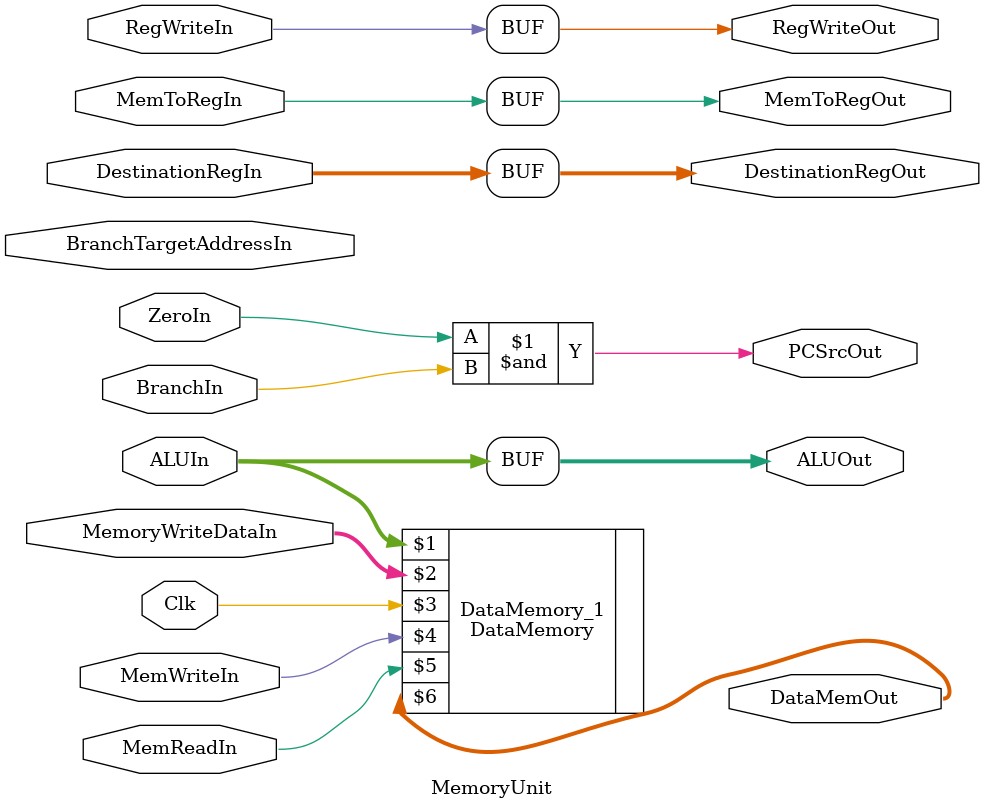
<source format=v>
`timescale 1ns / 1ps


module MemoryUnit(Clk, BranchIn, MemReadIn, MemWriteIn, RegWriteIn, MemToRegIn, BranchTargetAddressIn, ALUIn, ZeroIn, MemoryWriteDataIn, DestinationRegIn, RegWriteOut, MemToRegOut, PCSrcOut, ALUOut, DataMemOut, DestinationRegOut);
	
    /* Control Signals*/
    output RegWriteOut; 
    output MemToRegOut; 
    output PCSrcOut;
    output [31:0] ALUOut;
    output [31:0] DataMemOut;
    output [4:0] DestinationRegOut; 
	
	/* Control Signals*/
	input Clk; 
    input BranchIn; 
    input MemReadIn; 
    input MemWriteIn; 
    input RegWriteIn; 
    input MemToRegIn; 
    
    input [31:0] BranchTargetAddressIn;
    input [31:0] ALUIn;
    input ZeroIn;
    input [31:0] MemoryWriteDataIn; 
    input [4:0] DestinationRegIn; 
    
	DataMemory DataMemory_1(ALUIn[31:0], MemoryWriteDataIn, Clk, MemWriteIn, MemReadIn, DataMemOut);
	
	// Assign Statements
	assign RegWriteOut = RegWriteIn; 
	assign MemToRegOut = MemToRegIn; 
	assign DestinationRegOut = DestinationRegIn; 
    assign ALUOut = ALUIn; 
    
    // Branch AND Gate Logic
    assign PCSrcOut = ZeroIn & BranchIn; 
    
endmodule


</source>
